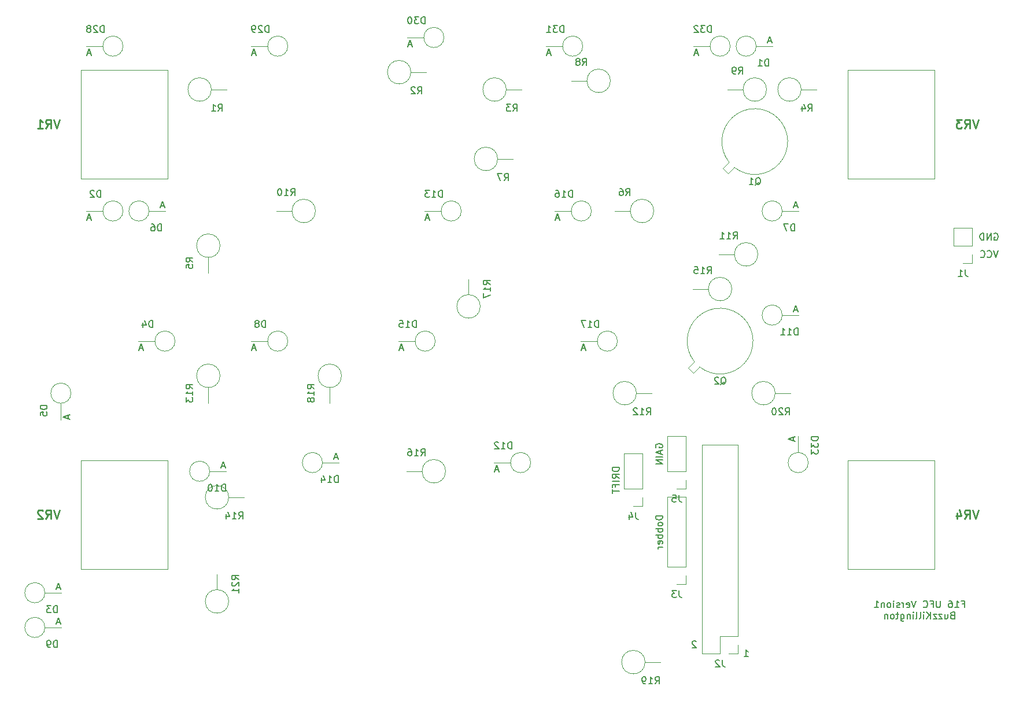
<source format=gbr>
%TF.GenerationSoftware,KiCad,Pcbnew,(5.1.10)-1*%
%TF.CreationDate,2021-07-06T22:18:49-04:00*%
%TF.ProjectId,dedBoard,64656442-6f61-4726-942e-6b696361645f,rev?*%
%TF.SameCoordinates,Original*%
%TF.FileFunction,Legend,Bot*%
%TF.FilePolarity,Positive*%
%FSLAX46Y46*%
G04 Gerber Fmt 4.6, Leading zero omitted, Abs format (unit mm)*
G04 Created by KiCad (PCBNEW (5.1.10)-1) date 2021-07-06 22:18:49*
%MOMM*%
%LPD*%
G01*
G04 APERTURE LIST*
%ADD10C,0.150000*%
%ADD11C,0.120000*%
%ADD12C,0.100000*%
%ADD13C,0.254000*%
G04 APERTURE END LIST*
D10*
X158614285Y-108323571D02*
X158947619Y-108323571D01*
X158947619Y-108847380D02*
X158947619Y-107847380D01*
X158471428Y-107847380D01*
X157566666Y-108847380D02*
X158138095Y-108847380D01*
X157852380Y-108847380D02*
X157852380Y-107847380D01*
X157947619Y-107990238D01*
X158042857Y-108085476D01*
X158138095Y-108133095D01*
X156709523Y-107847380D02*
X156900000Y-107847380D01*
X156995238Y-107895000D01*
X157042857Y-107942619D01*
X157138095Y-108085476D01*
X157185714Y-108275952D01*
X157185714Y-108656904D01*
X157138095Y-108752142D01*
X157090476Y-108799761D01*
X156995238Y-108847380D01*
X156804761Y-108847380D01*
X156709523Y-108799761D01*
X156661904Y-108752142D01*
X156614285Y-108656904D01*
X156614285Y-108418809D01*
X156661904Y-108323571D01*
X156709523Y-108275952D01*
X156804761Y-108228333D01*
X156995238Y-108228333D01*
X157090476Y-108275952D01*
X157138095Y-108323571D01*
X157185714Y-108418809D01*
X155423809Y-107847380D02*
X155423809Y-108656904D01*
X155376190Y-108752142D01*
X155328571Y-108799761D01*
X155233333Y-108847380D01*
X155042857Y-108847380D01*
X154947619Y-108799761D01*
X154900000Y-108752142D01*
X154852380Y-108656904D01*
X154852380Y-107847380D01*
X154042857Y-108323571D02*
X154376190Y-108323571D01*
X154376190Y-108847380D02*
X154376190Y-107847380D01*
X153900000Y-107847380D01*
X152947619Y-108752142D02*
X152995238Y-108799761D01*
X153138095Y-108847380D01*
X153233333Y-108847380D01*
X153376190Y-108799761D01*
X153471428Y-108704523D01*
X153519047Y-108609285D01*
X153566666Y-108418809D01*
X153566666Y-108275952D01*
X153519047Y-108085476D01*
X153471428Y-107990238D01*
X153376190Y-107895000D01*
X153233333Y-107847380D01*
X153138095Y-107847380D01*
X152995238Y-107895000D01*
X152947619Y-107942619D01*
X151900000Y-107847380D02*
X151566666Y-108847380D01*
X151233333Y-107847380D01*
X150519047Y-108799761D02*
X150614285Y-108847380D01*
X150804761Y-108847380D01*
X150900000Y-108799761D01*
X150947619Y-108704523D01*
X150947619Y-108323571D01*
X150900000Y-108228333D01*
X150804761Y-108180714D01*
X150614285Y-108180714D01*
X150519047Y-108228333D01*
X150471428Y-108323571D01*
X150471428Y-108418809D01*
X150947619Y-108514047D01*
X150042857Y-108847380D02*
X150042857Y-108180714D01*
X150042857Y-108371190D02*
X149995238Y-108275952D01*
X149947619Y-108228333D01*
X149852380Y-108180714D01*
X149757142Y-108180714D01*
X149471428Y-108799761D02*
X149376190Y-108847380D01*
X149185714Y-108847380D01*
X149090476Y-108799761D01*
X149042857Y-108704523D01*
X149042857Y-108656904D01*
X149090476Y-108561666D01*
X149185714Y-108514047D01*
X149328571Y-108514047D01*
X149423809Y-108466428D01*
X149471428Y-108371190D01*
X149471428Y-108323571D01*
X149423809Y-108228333D01*
X149328571Y-108180714D01*
X149185714Y-108180714D01*
X149090476Y-108228333D01*
X148614285Y-108847380D02*
X148614285Y-108180714D01*
X148614285Y-107847380D02*
X148661904Y-107895000D01*
X148614285Y-107942619D01*
X148566666Y-107895000D01*
X148614285Y-107847380D01*
X148614285Y-107942619D01*
X147995238Y-108847380D02*
X148090476Y-108799761D01*
X148138095Y-108752142D01*
X148185714Y-108656904D01*
X148185714Y-108371190D01*
X148138095Y-108275952D01*
X148090476Y-108228333D01*
X147995238Y-108180714D01*
X147852380Y-108180714D01*
X147757142Y-108228333D01*
X147709523Y-108275952D01*
X147661904Y-108371190D01*
X147661904Y-108656904D01*
X147709523Y-108752142D01*
X147757142Y-108799761D01*
X147852380Y-108847380D01*
X147995238Y-108847380D01*
X147233333Y-108180714D02*
X147233333Y-108847380D01*
X147233333Y-108275952D02*
X147185714Y-108228333D01*
X147090476Y-108180714D01*
X146947619Y-108180714D01*
X146852380Y-108228333D01*
X146804761Y-108323571D01*
X146804761Y-108847380D01*
X145804761Y-108847380D02*
X146376190Y-108847380D01*
X146090476Y-108847380D02*
X146090476Y-107847380D01*
X146185714Y-107990238D01*
X146280952Y-108085476D01*
X146376190Y-108133095D01*
X157185714Y-109973571D02*
X157042857Y-110021190D01*
X156995238Y-110068809D01*
X156947619Y-110164047D01*
X156947619Y-110306904D01*
X156995238Y-110402142D01*
X157042857Y-110449761D01*
X157138095Y-110497380D01*
X157519047Y-110497380D01*
X157519047Y-109497380D01*
X157185714Y-109497380D01*
X157090476Y-109545000D01*
X157042857Y-109592619D01*
X156995238Y-109687857D01*
X156995238Y-109783095D01*
X157042857Y-109878333D01*
X157090476Y-109925952D01*
X157185714Y-109973571D01*
X157519047Y-109973571D01*
X156090476Y-109830714D02*
X156090476Y-110497380D01*
X156519047Y-109830714D02*
X156519047Y-110354523D01*
X156471428Y-110449761D01*
X156376190Y-110497380D01*
X156233333Y-110497380D01*
X156138095Y-110449761D01*
X156090476Y-110402142D01*
X155709523Y-109830714D02*
X155185714Y-109830714D01*
X155709523Y-110497380D01*
X155185714Y-110497380D01*
X154900000Y-109830714D02*
X154376190Y-109830714D01*
X154900000Y-110497380D01*
X154376190Y-110497380D01*
X153995238Y-110497380D02*
X153995238Y-109497380D01*
X153423809Y-110497380D02*
X153852380Y-109925952D01*
X153423809Y-109497380D02*
X153995238Y-110068809D01*
X152995238Y-110497380D02*
X152995238Y-109830714D01*
X152995238Y-109497380D02*
X153042857Y-109545000D01*
X152995238Y-109592619D01*
X152947619Y-109545000D01*
X152995238Y-109497380D01*
X152995238Y-109592619D01*
X152376190Y-110497380D02*
X152471428Y-110449761D01*
X152519047Y-110354523D01*
X152519047Y-109497380D01*
X151852380Y-110497380D02*
X151947619Y-110449761D01*
X151995238Y-110354523D01*
X151995238Y-109497380D01*
X151471428Y-110497380D02*
X151471428Y-109830714D01*
X151471428Y-109497380D02*
X151519047Y-109545000D01*
X151471428Y-109592619D01*
X151423809Y-109545000D01*
X151471428Y-109497380D01*
X151471428Y-109592619D01*
X150995238Y-109830714D02*
X150995238Y-110497380D01*
X150995238Y-109925952D02*
X150947619Y-109878333D01*
X150852380Y-109830714D01*
X150709523Y-109830714D01*
X150614285Y-109878333D01*
X150566666Y-109973571D01*
X150566666Y-110497380D01*
X149661904Y-109830714D02*
X149661904Y-110640238D01*
X149709523Y-110735476D01*
X149757142Y-110783095D01*
X149852380Y-110830714D01*
X149995238Y-110830714D01*
X150090476Y-110783095D01*
X149661904Y-110449761D02*
X149757142Y-110497380D01*
X149947619Y-110497380D01*
X150042857Y-110449761D01*
X150090476Y-110402142D01*
X150138095Y-110306904D01*
X150138095Y-110021190D01*
X150090476Y-109925952D01*
X150042857Y-109878333D01*
X149947619Y-109830714D01*
X149757142Y-109830714D01*
X149661904Y-109878333D01*
X149328571Y-109830714D02*
X148947619Y-109830714D01*
X149185714Y-109497380D02*
X149185714Y-110354523D01*
X149138095Y-110449761D01*
X149042857Y-110497380D01*
X148947619Y-110497380D01*
X148471428Y-110497380D02*
X148566666Y-110449761D01*
X148614285Y-110402142D01*
X148661904Y-110306904D01*
X148661904Y-110021190D01*
X148614285Y-109925952D01*
X148566666Y-109878333D01*
X148471428Y-109830714D01*
X148328571Y-109830714D01*
X148233333Y-109878333D01*
X148185714Y-109925952D01*
X148138095Y-110021190D01*
X148138095Y-110306904D01*
X148185714Y-110402142D01*
X148233333Y-110449761D01*
X148328571Y-110497380D01*
X148471428Y-110497380D01*
X147709523Y-109830714D02*
X147709523Y-110497380D01*
X147709523Y-109925952D02*
X147661904Y-109878333D01*
X147566666Y-109830714D01*
X147423809Y-109830714D01*
X147328571Y-109878333D01*
X147280952Y-109973571D01*
X147280952Y-110497380D01*
X119665714Y-113847619D02*
X119618095Y-113800000D01*
X119522857Y-113752380D01*
X119284761Y-113752380D01*
X119189523Y-113800000D01*
X119141904Y-113847619D01*
X119094285Y-113942857D01*
X119094285Y-114038095D01*
X119141904Y-114180952D01*
X119713333Y-114752380D01*
X119094285Y-114752380D01*
X126714285Y-116022380D02*
X127285714Y-116022380D01*
X127000000Y-116022380D02*
X127000000Y-115022380D01*
X127095238Y-115165238D01*
X127190476Y-115260476D01*
X127285714Y-115308095D01*
X114752380Y-95432857D02*
X113752380Y-95432857D01*
X113752380Y-95670952D01*
X113800000Y-95813809D01*
X113895238Y-95909047D01*
X113990476Y-95956666D01*
X114180952Y-96004285D01*
X114323809Y-96004285D01*
X114514285Y-95956666D01*
X114609523Y-95909047D01*
X114704761Y-95813809D01*
X114752380Y-95670952D01*
X114752380Y-95432857D01*
X114752380Y-96575714D02*
X114704761Y-96480476D01*
X114657142Y-96432857D01*
X114561904Y-96385238D01*
X114276190Y-96385238D01*
X114180952Y-96432857D01*
X114133333Y-96480476D01*
X114085714Y-96575714D01*
X114085714Y-96718571D01*
X114133333Y-96813809D01*
X114180952Y-96861428D01*
X114276190Y-96909047D01*
X114561904Y-96909047D01*
X114657142Y-96861428D01*
X114704761Y-96813809D01*
X114752380Y-96718571D01*
X114752380Y-96575714D01*
X114752380Y-97337619D02*
X113752380Y-97337619D01*
X114133333Y-97337619D02*
X114085714Y-97432857D01*
X114085714Y-97623333D01*
X114133333Y-97718571D01*
X114180952Y-97766190D01*
X114276190Y-97813809D01*
X114561904Y-97813809D01*
X114657142Y-97766190D01*
X114704761Y-97718571D01*
X114752380Y-97623333D01*
X114752380Y-97432857D01*
X114704761Y-97337619D01*
X114752380Y-98242380D02*
X113752380Y-98242380D01*
X114133333Y-98242380D02*
X114085714Y-98337619D01*
X114085714Y-98528095D01*
X114133333Y-98623333D01*
X114180952Y-98670952D01*
X114276190Y-98718571D01*
X114561904Y-98718571D01*
X114657142Y-98670952D01*
X114704761Y-98623333D01*
X114752380Y-98528095D01*
X114752380Y-98337619D01*
X114704761Y-98242380D01*
X114704761Y-99528095D02*
X114752380Y-99432857D01*
X114752380Y-99242380D01*
X114704761Y-99147142D01*
X114609523Y-99099523D01*
X114228571Y-99099523D01*
X114133333Y-99147142D01*
X114085714Y-99242380D01*
X114085714Y-99432857D01*
X114133333Y-99528095D01*
X114228571Y-99575714D01*
X114323809Y-99575714D01*
X114419047Y-99099523D01*
X114752380Y-100004285D02*
X114085714Y-100004285D01*
X114276190Y-100004285D02*
X114180952Y-100051904D01*
X114133333Y-100099523D01*
X114085714Y-100194761D01*
X114085714Y-100290000D01*
X113800000Y-85431428D02*
X113752380Y-85336190D01*
X113752380Y-85193333D01*
X113800000Y-85050476D01*
X113895238Y-84955238D01*
X113990476Y-84907619D01*
X114180952Y-84860000D01*
X114323809Y-84860000D01*
X114514285Y-84907619D01*
X114609523Y-84955238D01*
X114704761Y-85050476D01*
X114752380Y-85193333D01*
X114752380Y-85288571D01*
X114704761Y-85431428D01*
X114657142Y-85479047D01*
X114323809Y-85479047D01*
X114323809Y-85288571D01*
X114466666Y-85860000D02*
X114466666Y-86336190D01*
X114752380Y-85764761D02*
X113752380Y-86098095D01*
X114752380Y-86431428D01*
X114752380Y-86764761D02*
X113752380Y-86764761D01*
X114752380Y-87240952D02*
X113752380Y-87240952D01*
X114752380Y-87812380D01*
X113752380Y-87812380D01*
X108402380Y-88360476D02*
X107402380Y-88360476D01*
X107402380Y-88598571D01*
X107450000Y-88741428D01*
X107545238Y-88836666D01*
X107640476Y-88884285D01*
X107830952Y-88931904D01*
X107973809Y-88931904D01*
X108164285Y-88884285D01*
X108259523Y-88836666D01*
X108354761Y-88741428D01*
X108402380Y-88598571D01*
X108402380Y-88360476D01*
X108402380Y-89931904D02*
X107926190Y-89598571D01*
X108402380Y-89360476D02*
X107402380Y-89360476D01*
X107402380Y-89741428D01*
X107450000Y-89836666D01*
X107497619Y-89884285D01*
X107592857Y-89931904D01*
X107735714Y-89931904D01*
X107830952Y-89884285D01*
X107878571Y-89836666D01*
X107926190Y-89741428D01*
X107926190Y-89360476D01*
X108402380Y-90360476D02*
X107402380Y-90360476D01*
X107878571Y-91170000D02*
X107878571Y-90836666D01*
X108402380Y-90836666D02*
X107402380Y-90836666D01*
X107402380Y-91312857D01*
X107402380Y-91550952D02*
X107402380Y-92122380D01*
X108402380Y-91836666D02*
X107402380Y-91836666D01*
X163321904Y-54110000D02*
X163417142Y-54062380D01*
X163560000Y-54062380D01*
X163702857Y-54110000D01*
X163798095Y-54205238D01*
X163845714Y-54300476D01*
X163893333Y-54490952D01*
X163893333Y-54633809D01*
X163845714Y-54824285D01*
X163798095Y-54919523D01*
X163702857Y-55014761D01*
X163560000Y-55062380D01*
X163464761Y-55062380D01*
X163321904Y-55014761D01*
X163274285Y-54967142D01*
X163274285Y-54633809D01*
X163464761Y-54633809D01*
X162845714Y-55062380D02*
X162845714Y-54062380D01*
X162274285Y-55062380D01*
X162274285Y-54062380D01*
X161798095Y-55062380D02*
X161798095Y-54062380D01*
X161560000Y-54062380D01*
X161417142Y-54110000D01*
X161321904Y-54205238D01*
X161274285Y-54300476D01*
X161226666Y-54490952D01*
X161226666Y-54633809D01*
X161274285Y-54824285D01*
X161321904Y-54919523D01*
X161417142Y-55014761D01*
X161560000Y-55062380D01*
X161798095Y-55062380D01*
X163893333Y-56602380D02*
X163560000Y-57602380D01*
X163226666Y-56602380D01*
X162321904Y-57507142D02*
X162369523Y-57554761D01*
X162512380Y-57602380D01*
X162607619Y-57602380D01*
X162750476Y-57554761D01*
X162845714Y-57459523D01*
X162893333Y-57364285D01*
X162940952Y-57173809D01*
X162940952Y-57030952D01*
X162893333Y-56840476D01*
X162845714Y-56745238D01*
X162750476Y-56650000D01*
X162607619Y-56602380D01*
X162512380Y-56602380D01*
X162369523Y-56650000D01*
X162321904Y-56697619D01*
X161321904Y-57507142D02*
X161369523Y-57554761D01*
X161512380Y-57602380D01*
X161607619Y-57602380D01*
X161750476Y-57554761D01*
X161845714Y-57459523D01*
X161893333Y-57364285D01*
X161940952Y-57173809D01*
X161940952Y-57030952D01*
X161893333Y-56840476D01*
X161845714Y-56745238D01*
X161750476Y-56650000D01*
X161607619Y-56602380D01*
X161512380Y-56602380D01*
X161369523Y-56650000D01*
X161321904Y-56697619D01*
D11*
%TO.C,R21*%
X51250000Y-107950000D02*
G75*
G03*
X51250000Y-107950000I-1720000J0D01*
G01*
X49530000Y-106230000D02*
X49530000Y-103970000D01*
%TO.C,R20*%
X131260000Y-77470000D02*
G75*
G03*
X131260000Y-77470000I-1720000J0D01*
G01*
X131260000Y-77470000D02*
X133520000Y-77470000D01*
%TO.C,R19*%
X112210000Y-116840000D02*
G75*
G03*
X112210000Y-116840000I-1720000J0D01*
G01*
X112210000Y-116840000D02*
X114470000Y-116840000D01*
%TO.C,R18*%
X67760000Y-74930000D02*
G75*
G03*
X67760000Y-74930000I-1720000J0D01*
G01*
X66040000Y-76650000D02*
X66040000Y-78910000D01*
%TO.C,R17*%
X88080000Y-64770000D02*
G75*
G03*
X88080000Y-64770000I-1720000J0D01*
G01*
X86360000Y-63050000D02*
X86360000Y-60790000D01*
%TO.C,R16*%
X83000000Y-88900000D02*
G75*
G03*
X83000000Y-88900000I-1720000J0D01*
G01*
X79560000Y-88900000D02*
X77300000Y-88900000D01*
%TO.C,R15*%
X124910000Y-62230000D02*
G75*
G03*
X124910000Y-62230000I-1720000J0D01*
G01*
X121470000Y-62230000D02*
X119210000Y-62230000D01*
%TO.C,R14*%
X51250000Y-92710000D02*
G75*
G03*
X51250000Y-92710000I-1720000J0D01*
G01*
X51250000Y-92710000D02*
X53510000Y-92710000D01*
%TO.C,R13*%
X49980000Y-74930000D02*
G75*
G03*
X49980000Y-74930000I-1720000J0D01*
G01*
X48260000Y-76650000D02*
X48260000Y-78910000D01*
%TO.C,R12*%
X110940000Y-77470000D02*
G75*
G03*
X110940000Y-77470000I-1720000J0D01*
G01*
X110940000Y-77470000D02*
X113200000Y-77470000D01*
%TO.C,R11*%
X128720000Y-57150000D02*
G75*
G03*
X128720000Y-57150000I-1720000J0D01*
G01*
X125280000Y-57150000D02*
X123020000Y-57150000D01*
%TO.C,R10*%
X63950000Y-50800000D02*
G75*
G03*
X63950000Y-50800000I-1720000J0D01*
G01*
X60510000Y-50800000D02*
X58250000Y-50800000D01*
%TO.C,R9*%
X129990000Y-33020000D02*
G75*
G03*
X129990000Y-33020000I-1720000J0D01*
G01*
X126550000Y-33020000D02*
X124290000Y-33020000D01*
%TO.C,R8*%
X107130000Y-31750000D02*
G75*
G03*
X107130000Y-31750000I-1720000J0D01*
G01*
X103690000Y-31750000D02*
X101430000Y-31750000D01*
%TO.C,R7*%
X90620000Y-43180000D02*
G75*
G03*
X90620000Y-43180000I-1720000J0D01*
G01*
X90620000Y-43180000D02*
X92880000Y-43180000D01*
%TO.C,R6*%
X113480000Y-50800000D02*
G75*
G03*
X113480000Y-50800000I-1720000J0D01*
G01*
X110040000Y-50800000D02*
X107780000Y-50800000D01*
%TO.C,R5*%
X49980000Y-55880000D02*
G75*
G03*
X49980000Y-55880000I-1720000J0D01*
G01*
X48260000Y-57600000D02*
X48260000Y-59860000D01*
%TO.C,R4*%
X135070000Y-33020000D02*
G75*
G03*
X135070000Y-33020000I-1720000J0D01*
G01*
X135070000Y-33020000D02*
X137330000Y-33020000D01*
%TO.C,R3*%
X91890000Y-33020000D02*
G75*
G03*
X91890000Y-33020000I-1720000J0D01*
G01*
X91890000Y-33020000D02*
X94150000Y-33020000D01*
%TO.C,R2*%
X77920000Y-30480000D02*
G75*
G03*
X77920000Y-30480000I-1720000J0D01*
G01*
X77920000Y-30480000D02*
X80180000Y-30480000D01*
%TO.C,R1*%
X48710000Y-33020000D02*
G75*
G03*
X48710000Y-33020000I-1720000J0D01*
G01*
X48710000Y-33020000D02*
X50970000Y-33020000D01*
%TO.C,D33*%
X136090000Y-87630000D02*
G75*
G03*
X136090000Y-87630000I-1470000J0D01*
G01*
X134620000Y-86160000D02*
X134620000Y-83750000D01*
%TO.C,D32*%
X124660000Y-26670000D02*
G75*
G03*
X124660000Y-26670000I-1470000J0D01*
G01*
X121720000Y-26670000D02*
X119310000Y-26670000D01*
%TO.C,D31*%
X103070000Y-26670000D02*
G75*
G03*
X103070000Y-26670000I-1470000J0D01*
G01*
X100130000Y-26670000D02*
X97720000Y-26670000D01*
%TO.C,D30*%
X82750000Y-25400000D02*
G75*
G03*
X82750000Y-25400000I-1470000J0D01*
G01*
X79810000Y-25400000D02*
X77400000Y-25400000D01*
%TO.C,D29*%
X59890000Y-26670000D02*
G75*
G03*
X59890000Y-26670000I-1470000J0D01*
G01*
X56950000Y-26670000D02*
X54540000Y-26670000D01*
%TO.C,D28*%
X35760000Y-26670000D02*
G75*
G03*
X35760000Y-26670000I-1470000J0D01*
G01*
X32820000Y-26670000D02*
X30410000Y-26670000D01*
%TO.C,D17*%
X108150000Y-69850000D02*
G75*
G03*
X108150000Y-69850000I-1470000J0D01*
G01*
X105210000Y-69850000D02*
X102800000Y-69850000D01*
%TO.C,D16*%
X104340000Y-50800000D02*
G75*
G03*
X104340000Y-50800000I-1470000J0D01*
G01*
X101400000Y-50800000D02*
X98990000Y-50800000D01*
%TO.C,D15*%
X81480000Y-69850000D02*
G75*
G03*
X81480000Y-69850000I-1470000J0D01*
G01*
X78540000Y-69850000D02*
X76130000Y-69850000D01*
%TO.C,D14*%
X64970000Y-87630000D02*
G75*
G03*
X64970000Y-87630000I-1470000J0D01*
G01*
X64970000Y-87630000D02*
X67380000Y-87630000D01*
%TO.C,D13*%
X85290000Y-50800000D02*
G75*
G03*
X85290000Y-50800000I-1470000J0D01*
G01*
X82350000Y-50800000D02*
X79940000Y-50800000D01*
%TO.C,D12*%
X95450000Y-87630000D02*
G75*
G03*
X95450000Y-87630000I-1470000J0D01*
G01*
X92510000Y-87630000D02*
X90100000Y-87630000D01*
%TO.C,D11*%
X132280000Y-66040000D02*
G75*
G03*
X132280000Y-66040000I-1470000J0D01*
G01*
X132280000Y-66040000D02*
X134690000Y-66040000D01*
%TO.C,D10*%
X48460000Y-88900000D02*
G75*
G03*
X48460000Y-88900000I-1470000J0D01*
G01*
X48460000Y-88900000D02*
X50870000Y-88900000D01*
%TO.C,D9*%
X24330000Y-111760000D02*
G75*
G03*
X24330000Y-111760000I-1470000J0D01*
G01*
X24330000Y-111760000D02*
X26740000Y-111760000D01*
%TO.C,D8*%
X59890000Y-69850000D02*
G75*
G03*
X59890000Y-69850000I-1470000J0D01*
G01*
X56950000Y-69850000D02*
X54540000Y-69850000D01*
%TO.C,D7*%
X132280000Y-50800000D02*
G75*
G03*
X132280000Y-50800000I-1470000J0D01*
G01*
X132280000Y-50800000D02*
X134690000Y-50800000D01*
%TO.C,D6*%
X39570000Y-50800000D02*
G75*
G03*
X39570000Y-50800000I-1470000J0D01*
G01*
X39570000Y-50800000D02*
X41980000Y-50800000D01*
%TO.C,D5*%
X28140000Y-77470000D02*
G75*
G03*
X28140000Y-77470000I-1470000J0D01*
G01*
X26670000Y-78940000D02*
X26670000Y-81350000D01*
%TO.C,D4*%
X43380000Y-69850000D02*
G75*
G03*
X43380000Y-69850000I-1470000J0D01*
G01*
X40440000Y-69850000D02*
X38030000Y-69850000D01*
%TO.C,D3*%
X24330000Y-106680000D02*
G75*
G03*
X24330000Y-106680000I-1470000J0D01*
G01*
X24330000Y-106680000D02*
X26740000Y-106680000D01*
%TO.C,D2*%
X35760000Y-50800000D02*
G75*
G03*
X35760000Y-50800000I-1470000J0D01*
G01*
X32820000Y-50800000D02*
X30410000Y-50800000D01*
%TO.C,D1*%
X128470000Y-26670000D02*
G75*
G03*
X128470000Y-26670000I-1470000J0D01*
G01*
X128470000Y-26670000D02*
X130880000Y-26670000D01*
%TO.C,Q2*%
X119415326Y-72847371D02*
G75*
G02*
X120192916Y-73624902I3774674J2997371D01*
G01*
X120192916Y-73624902D02*
X119301961Y-74515856D01*
X119301961Y-74515856D02*
X118524144Y-73738039D01*
X118524144Y-73738039D02*
X119415098Y-72847084D01*
D12*
%TO.C,VR4*%
X141860000Y-87310000D02*
X141860000Y-103190000D01*
X154560000Y-87310000D02*
X141860000Y-87310000D01*
X154560000Y-103190000D02*
X154560000Y-87310000D01*
X141860000Y-103190000D02*
X154560000Y-103190000D01*
%TO.C,VR3*%
X141860000Y-30160000D02*
X141860000Y-46040000D01*
X154560000Y-30160000D02*
X141860000Y-30160000D01*
X154560000Y-46040000D02*
X154560000Y-30160000D01*
X141860000Y-46040000D02*
X154560000Y-46040000D01*
%TO.C,VR2*%
X42290000Y-103190000D02*
X42290000Y-87310000D01*
X29590000Y-103190000D02*
X42290000Y-103190000D01*
X29590000Y-87310000D02*
X29590000Y-103190000D01*
X42290000Y-87310000D02*
X29590000Y-87310000D01*
%TO.C,VR1*%
X42290000Y-46040000D02*
X42290000Y-30160000D01*
X29590000Y-46040000D02*
X42290000Y-46040000D01*
X29590000Y-30160000D02*
X29590000Y-46040000D01*
X42290000Y-30160000D02*
X29590000Y-30160000D01*
D11*
%TO.C,Q1*%
X123604144Y-44528039D02*
X124495098Y-43637084D01*
X124381961Y-45305856D02*
X123604144Y-44528039D01*
X125272916Y-44414902D02*
X124381961Y-45305856D01*
X124495326Y-43637371D02*
G75*
G02*
X125272916Y-44414902I3774674J2997371D01*
G01*
%TO.C,J5*%
X116840000Y-91500000D02*
X118170000Y-91500000D01*
X118170000Y-91500000D02*
X118170000Y-90170000D01*
X118170000Y-88900000D02*
X118170000Y-83760000D01*
X115510000Y-83760000D02*
X118170000Y-83760000D01*
X115510000Y-88900000D02*
X115510000Y-83760000D01*
X115510000Y-88900000D02*
X118170000Y-88900000D01*
%TO.C,J4*%
X110490000Y-94040000D02*
X111820000Y-94040000D01*
X111820000Y-94040000D02*
X111820000Y-92710000D01*
X111820000Y-91440000D02*
X111820000Y-86300000D01*
X109160000Y-86300000D02*
X111820000Y-86300000D01*
X109160000Y-91440000D02*
X109160000Y-86300000D01*
X109160000Y-91440000D02*
X111820000Y-91440000D01*
%TO.C,J3*%
X116840000Y-105470000D02*
X118170000Y-105470000D01*
X118170000Y-105470000D02*
X118170000Y-104140000D01*
X118170000Y-102870000D02*
X118170000Y-92650000D01*
X115510000Y-92650000D02*
X118170000Y-92650000D01*
X115510000Y-102870000D02*
X115510000Y-92650000D01*
X115510000Y-102870000D02*
X118170000Y-102870000D01*
%TO.C,J2*%
X124460000Y-115630000D02*
X125790000Y-115630000D01*
X125790000Y-115630000D02*
X125790000Y-114300000D01*
X123190000Y-115630000D02*
X123190000Y-113030000D01*
X123190000Y-113030000D02*
X125790000Y-113030000D01*
X125790000Y-113030000D02*
X125790000Y-85030000D01*
X120590000Y-85030000D02*
X125790000Y-85030000D01*
X120590000Y-115630000D02*
X120590000Y-85030000D01*
X120590000Y-115630000D02*
X123190000Y-115630000D01*
%TO.C,J1*%
X158750000Y-58480000D02*
X160080000Y-58480000D01*
X160080000Y-58480000D02*
X160080000Y-57150000D01*
X160080000Y-55880000D02*
X160080000Y-53280000D01*
X157420000Y-53280000D02*
X160080000Y-53280000D01*
X157420000Y-55880000D02*
X157420000Y-53280000D01*
X157420000Y-55880000D02*
X160080000Y-55880000D01*
%TO.C,R21*%
D10*
X52702380Y-104767142D02*
X52226190Y-104433809D01*
X52702380Y-104195714D02*
X51702380Y-104195714D01*
X51702380Y-104576666D01*
X51750000Y-104671904D01*
X51797619Y-104719523D01*
X51892857Y-104767142D01*
X52035714Y-104767142D01*
X52130952Y-104719523D01*
X52178571Y-104671904D01*
X52226190Y-104576666D01*
X52226190Y-104195714D01*
X51797619Y-105148095D02*
X51750000Y-105195714D01*
X51702380Y-105290952D01*
X51702380Y-105529047D01*
X51750000Y-105624285D01*
X51797619Y-105671904D01*
X51892857Y-105719523D01*
X51988095Y-105719523D01*
X52130952Y-105671904D01*
X52702380Y-105100476D01*
X52702380Y-105719523D01*
X52702380Y-106671904D02*
X52702380Y-106100476D01*
X52702380Y-106386190D02*
X51702380Y-106386190D01*
X51845238Y-106290952D01*
X51940476Y-106195714D01*
X51988095Y-106100476D01*
%TO.C,R20*%
X132722857Y-80642380D02*
X133056190Y-80166190D01*
X133294285Y-80642380D02*
X133294285Y-79642380D01*
X132913333Y-79642380D01*
X132818095Y-79690000D01*
X132770476Y-79737619D01*
X132722857Y-79832857D01*
X132722857Y-79975714D01*
X132770476Y-80070952D01*
X132818095Y-80118571D01*
X132913333Y-80166190D01*
X133294285Y-80166190D01*
X132341904Y-79737619D02*
X132294285Y-79690000D01*
X132199047Y-79642380D01*
X131960952Y-79642380D01*
X131865714Y-79690000D01*
X131818095Y-79737619D01*
X131770476Y-79832857D01*
X131770476Y-79928095D01*
X131818095Y-80070952D01*
X132389523Y-80642380D01*
X131770476Y-80642380D01*
X131151428Y-79642380D02*
X131056190Y-79642380D01*
X130960952Y-79690000D01*
X130913333Y-79737619D01*
X130865714Y-79832857D01*
X130818095Y-80023333D01*
X130818095Y-80261428D01*
X130865714Y-80451904D01*
X130913333Y-80547142D01*
X130960952Y-80594761D01*
X131056190Y-80642380D01*
X131151428Y-80642380D01*
X131246666Y-80594761D01*
X131294285Y-80547142D01*
X131341904Y-80451904D01*
X131389523Y-80261428D01*
X131389523Y-80023333D01*
X131341904Y-79832857D01*
X131294285Y-79737619D01*
X131246666Y-79690000D01*
X131151428Y-79642380D01*
%TO.C,R19*%
X113672857Y-120012380D02*
X114006190Y-119536190D01*
X114244285Y-120012380D02*
X114244285Y-119012380D01*
X113863333Y-119012380D01*
X113768095Y-119060000D01*
X113720476Y-119107619D01*
X113672857Y-119202857D01*
X113672857Y-119345714D01*
X113720476Y-119440952D01*
X113768095Y-119488571D01*
X113863333Y-119536190D01*
X114244285Y-119536190D01*
X112720476Y-120012380D02*
X113291904Y-120012380D01*
X113006190Y-120012380D02*
X113006190Y-119012380D01*
X113101428Y-119155238D01*
X113196666Y-119250476D01*
X113291904Y-119298095D01*
X112244285Y-120012380D02*
X112053809Y-120012380D01*
X111958571Y-119964761D01*
X111910952Y-119917142D01*
X111815714Y-119774285D01*
X111768095Y-119583809D01*
X111768095Y-119202857D01*
X111815714Y-119107619D01*
X111863333Y-119060000D01*
X111958571Y-119012380D01*
X112149047Y-119012380D01*
X112244285Y-119060000D01*
X112291904Y-119107619D01*
X112339523Y-119202857D01*
X112339523Y-119440952D01*
X112291904Y-119536190D01*
X112244285Y-119583809D01*
X112149047Y-119631428D01*
X111958571Y-119631428D01*
X111863333Y-119583809D01*
X111815714Y-119536190D01*
X111768095Y-119440952D01*
%TO.C,R18*%
X63772380Y-76827142D02*
X63296190Y-76493809D01*
X63772380Y-76255714D02*
X62772380Y-76255714D01*
X62772380Y-76636666D01*
X62820000Y-76731904D01*
X62867619Y-76779523D01*
X62962857Y-76827142D01*
X63105714Y-76827142D01*
X63200952Y-76779523D01*
X63248571Y-76731904D01*
X63296190Y-76636666D01*
X63296190Y-76255714D01*
X63772380Y-77779523D02*
X63772380Y-77208095D01*
X63772380Y-77493809D02*
X62772380Y-77493809D01*
X62915238Y-77398571D01*
X63010476Y-77303333D01*
X63058095Y-77208095D01*
X63200952Y-78350952D02*
X63153333Y-78255714D01*
X63105714Y-78208095D01*
X63010476Y-78160476D01*
X62962857Y-78160476D01*
X62867619Y-78208095D01*
X62820000Y-78255714D01*
X62772380Y-78350952D01*
X62772380Y-78541428D01*
X62820000Y-78636666D01*
X62867619Y-78684285D01*
X62962857Y-78731904D01*
X63010476Y-78731904D01*
X63105714Y-78684285D01*
X63153333Y-78636666D01*
X63200952Y-78541428D01*
X63200952Y-78350952D01*
X63248571Y-78255714D01*
X63296190Y-78208095D01*
X63391428Y-78160476D01*
X63581904Y-78160476D01*
X63677142Y-78208095D01*
X63724761Y-78255714D01*
X63772380Y-78350952D01*
X63772380Y-78541428D01*
X63724761Y-78636666D01*
X63677142Y-78684285D01*
X63581904Y-78731904D01*
X63391428Y-78731904D01*
X63296190Y-78684285D01*
X63248571Y-78636666D01*
X63200952Y-78541428D01*
%TO.C,R17*%
X89532380Y-61587142D02*
X89056190Y-61253809D01*
X89532380Y-61015714D02*
X88532380Y-61015714D01*
X88532380Y-61396666D01*
X88580000Y-61491904D01*
X88627619Y-61539523D01*
X88722857Y-61587142D01*
X88865714Y-61587142D01*
X88960952Y-61539523D01*
X89008571Y-61491904D01*
X89056190Y-61396666D01*
X89056190Y-61015714D01*
X89532380Y-62539523D02*
X89532380Y-61968095D01*
X89532380Y-62253809D02*
X88532380Y-62253809D01*
X88675238Y-62158571D01*
X88770476Y-62063333D01*
X88818095Y-61968095D01*
X88532380Y-62872857D02*
X88532380Y-63539523D01*
X89532380Y-63110952D01*
%TO.C,R16*%
X79382857Y-86632380D02*
X79716190Y-86156190D01*
X79954285Y-86632380D02*
X79954285Y-85632380D01*
X79573333Y-85632380D01*
X79478095Y-85680000D01*
X79430476Y-85727619D01*
X79382857Y-85822857D01*
X79382857Y-85965714D01*
X79430476Y-86060952D01*
X79478095Y-86108571D01*
X79573333Y-86156190D01*
X79954285Y-86156190D01*
X78430476Y-86632380D02*
X79001904Y-86632380D01*
X78716190Y-86632380D02*
X78716190Y-85632380D01*
X78811428Y-85775238D01*
X78906666Y-85870476D01*
X79001904Y-85918095D01*
X77573333Y-85632380D02*
X77763809Y-85632380D01*
X77859047Y-85680000D01*
X77906666Y-85727619D01*
X78001904Y-85870476D01*
X78049523Y-86060952D01*
X78049523Y-86441904D01*
X78001904Y-86537142D01*
X77954285Y-86584761D01*
X77859047Y-86632380D01*
X77668571Y-86632380D01*
X77573333Y-86584761D01*
X77525714Y-86537142D01*
X77478095Y-86441904D01*
X77478095Y-86203809D01*
X77525714Y-86108571D01*
X77573333Y-86060952D01*
X77668571Y-86013333D01*
X77859047Y-86013333D01*
X77954285Y-86060952D01*
X78001904Y-86108571D01*
X78049523Y-86203809D01*
%TO.C,R15*%
X121292857Y-59962380D02*
X121626190Y-59486190D01*
X121864285Y-59962380D02*
X121864285Y-58962380D01*
X121483333Y-58962380D01*
X121388095Y-59010000D01*
X121340476Y-59057619D01*
X121292857Y-59152857D01*
X121292857Y-59295714D01*
X121340476Y-59390952D01*
X121388095Y-59438571D01*
X121483333Y-59486190D01*
X121864285Y-59486190D01*
X120340476Y-59962380D02*
X120911904Y-59962380D01*
X120626190Y-59962380D02*
X120626190Y-58962380D01*
X120721428Y-59105238D01*
X120816666Y-59200476D01*
X120911904Y-59248095D01*
X119435714Y-58962380D02*
X119911904Y-58962380D01*
X119959523Y-59438571D01*
X119911904Y-59390952D01*
X119816666Y-59343333D01*
X119578571Y-59343333D01*
X119483333Y-59390952D01*
X119435714Y-59438571D01*
X119388095Y-59533809D01*
X119388095Y-59771904D01*
X119435714Y-59867142D01*
X119483333Y-59914761D01*
X119578571Y-59962380D01*
X119816666Y-59962380D01*
X119911904Y-59914761D01*
X119959523Y-59867142D01*
%TO.C,R14*%
X52712857Y-95882380D02*
X53046190Y-95406190D01*
X53284285Y-95882380D02*
X53284285Y-94882380D01*
X52903333Y-94882380D01*
X52808095Y-94930000D01*
X52760476Y-94977619D01*
X52712857Y-95072857D01*
X52712857Y-95215714D01*
X52760476Y-95310952D01*
X52808095Y-95358571D01*
X52903333Y-95406190D01*
X53284285Y-95406190D01*
X51760476Y-95882380D02*
X52331904Y-95882380D01*
X52046190Y-95882380D02*
X52046190Y-94882380D01*
X52141428Y-95025238D01*
X52236666Y-95120476D01*
X52331904Y-95168095D01*
X50903333Y-95215714D02*
X50903333Y-95882380D01*
X51141428Y-94834761D02*
X51379523Y-95549047D01*
X50760476Y-95549047D01*
%TO.C,R13*%
X45992380Y-76827142D02*
X45516190Y-76493809D01*
X45992380Y-76255714D02*
X44992380Y-76255714D01*
X44992380Y-76636666D01*
X45040000Y-76731904D01*
X45087619Y-76779523D01*
X45182857Y-76827142D01*
X45325714Y-76827142D01*
X45420952Y-76779523D01*
X45468571Y-76731904D01*
X45516190Y-76636666D01*
X45516190Y-76255714D01*
X45992380Y-77779523D02*
X45992380Y-77208095D01*
X45992380Y-77493809D02*
X44992380Y-77493809D01*
X45135238Y-77398571D01*
X45230476Y-77303333D01*
X45278095Y-77208095D01*
X44992380Y-78112857D02*
X44992380Y-78731904D01*
X45373333Y-78398571D01*
X45373333Y-78541428D01*
X45420952Y-78636666D01*
X45468571Y-78684285D01*
X45563809Y-78731904D01*
X45801904Y-78731904D01*
X45897142Y-78684285D01*
X45944761Y-78636666D01*
X45992380Y-78541428D01*
X45992380Y-78255714D01*
X45944761Y-78160476D01*
X45897142Y-78112857D01*
%TO.C,R12*%
X112402857Y-80642380D02*
X112736190Y-80166190D01*
X112974285Y-80642380D02*
X112974285Y-79642380D01*
X112593333Y-79642380D01*
X112498095Y-79690000D01*
X112450476Y-79737619D01*
X112402857Y-79832857D01*
X112402857Y-79975714D01*
X112450476Y-80070952D01*
X112498095Y-80118571D01*
X112593333Y-80166190D01*
X112974285Y-80166190D01*
X111450476Y-80642380D02*
X112021904Y-80642380D01*
X111736190Y-80642380D02*
X111736190Y-79642380D01*
X111831428Y-79785238D01*
X111926666Y-79880476D01*
X112021904Y-79928095D01*
X111069523Y-79737619D02*
X111021904Y-79690000D01*
X110926666Y-79642380D01*
X110688571Y-79642380D01*
X110593333Y-79690000D01*
X110545714Y-79737619D01*
X110498095Y-79832857D01*
X110498095Y-79928095D01*
X110545714Y-80070952D01*
X111117142Y-80642380D01*
X110498095Y-80642380D01*
%TO.C,R11*%
X125102857Y-54882380D02*
X125436190Y-54406190D01*
X125674285Y-54882380D02*
X125674285Y-53882380D01*
X125293333Y-53882380D01*
X125198095Y-53930000D01*
X125150476Y-53977619D01*
X125102857Y-54072857D01*
X125102857Y-54215714D01*
X125150476Y-54310952D01*
X125198095Y-54358571D01*
X125293333Y-54406190D01*
X125674285Y-54406190D01*
X124150476Y-54882380D02*
X124721904Y-54882380D01*
X124436190Y-54882380D02*
X124436190Y-53882380D01*
X124531428Y-54025238D01*
X124626666Y-54120476D01*
X124721904Y-54168095D01*
X123198095Y-54882380D02*
X123769523Y-54882380D01*
X123483809Y-54882380D02*
X123483809Y-53882380D01*
X123579047Y-54025238D01*
X123674285Y-54120476D01*
X123769523Y-54168095D01*
%TO.C,R10*%
X60332857Y-48532380D02*
X60666190Y-48056190D01*
X60904285Y-48532380D02*
X60904285Y-47532380D01*
X60523333Y-47532380D01*
X60428095Y-47580000D01*
X60380476Y-47627619D01*
X60332857Y-47722857D01*
X60332857Y-47865714D01*
X60380476Y-47960952D01*
X60428095Y-48008571D01*
X60523333Y-48056190D01*
X60904285Y-48056190D01*
X59380476Y-48532380D02*
X59951904Y-48532380D01*
X59666190Y-48532380D02*
X59666190Y-47532380D01*
X59761428Y-47675238D01*
X59856666Y-47770476D01*
X59951904Y-47818095D01*
X58761428Y-47532380D02*
X58666190Y-47532380D01*
X58570952Y-47580000D01*
X58523333Y-47627619D01*
X58475714Y-47722857D01*
X58428095Y-47913333D01*
X58428095Y-48151428D01*
X58475714Y-48341904D01*
X58523333Y-48437142D01*
X58570952Y-48484761D01*
X58666190Y-48532380D01*
X58761428Y-48532380D01*
X58856666Y-48484761D01*
X58904285Y-48437142D01*
X58951904Y-48341904D01*
X58999523Y-48151428D01*
X58999523Y-47913333D01*
X58951904Y-47722857D01*
X58904285Y-47627619D01*
X58856666Y-47580000D01*
X58761428Y-47532380D01*
%TO.C,R9*%
X125896666Y-30752380D02*
X126230000Y-30276190D01*
X126468095Y-30752380D02*
X126468095Y-29752380D01*
X126087142Y-29752380D01*
X125991904Y-29800000D01*
X125944285Y-29847619D01*
X125896666Y-29942857D01*
X125896666Y-30085714D01*
X125944285Y-30180952D01*
X125991904Y-30228571D01*
X126087142Y-30276190D01*
X126468095Y-30276190D01*
X125420476Y-30752380D02*
X125230000Y-30752380D01*
X125134761Y-30704761D01*
X125087142Y-30657142D01*
X124991904Y-30514285D01*
X124944285Y-30323809D01*
X124944285Y-29942857D01*
X124991904Y-29847619D01*
X125039523Y-29800000D01*
X125134761Y-29752380D01*
X125325238Y-29752380D01*
X125420476Y-29800000D01*
X125468095Y-29847619D01*
X125515714Y-29942857D01*
X125515714Y-30180952D01*
X125468095Y-30276190D01*
X125420476Y-30323809D01*
X125325238Y-30371428D01*
X125134761Y-30371428D01*
X125039523Y-30323809D01*
X124991904Y-30276190D01*
X124944285Y-30180952D01*
%TO.C,R8*%
X103036666Y-29482380D02*
X103370000Y-29006190D01*
X103608095Y-29482380D02*
X103608095Y-28482380D01*
X103227142Y-28482380D01*
X103131904Y-28530000D01*
X103084285Y-28577619D01*
X103036666Y-28672857D01*
X103036666Y-28815714D01*
X103084285Y-28910952D01*
X103131904Y-28958571D01*
X103227142Y-29006190D01*
X103608095Y-29006190D01*
X102465238Y-28910952D02*
X102560476Y-28863333D01*
X102608095Y-28815714D01*
X102655714Y-28720476D01*
X102655714Y-28672857D01*
X102608095Y-28577619D01*
X102560476Y-28530000D01*
X102465238Y-28482380D01*
X102274761Y-28482380D01*
X102179523Y-28530000D01*
X102131904Y-28577619D01*
X102084285Y-28672857D01*
X102084285Y-28720476D01*
X102131904Y-28815714D01*
X102179523Y-28863333D01*
X102274761Y-28910952D01*
X102465238Y-28910952D01*
X102560476Y-28958571D01*
X102608095Y-29006190D01*
X102655714Y-29101428D01*
X102655714Y-29291904D01*
X102608095Y-29387142D01*
X102560476Y-29434761D01*
X102465238Y-29482380D01*
X102274761Y-29482380D01*
X102179523Y-29434761D01*
X102131904Y-29387142D01*
X102084285Y-29291904D01*
X102084285Y-29101428D01*
X102131904Y-29006190D01*
X102179523Y-28958571D01*
X102274761Y-28910952D01*
%TO.C,R7*%
X91606666Y-46352380D02*
X91940000Y-45876190D01*
X92178095Y-46352380D02*
X92178095Y-45352380D01*
X91797142Y-45352380D01*
X91701904Y-45400000D01*
X91654285Y-45447619D01*
X91606666Y-45542857D01*
X91606666Y-45685714D01*
X91654285Y-45780952D01*
X91701904Y-45828571D01*
X91797142Y-45876190D01*
X92178095Y-45876190D01*
X91273333Y-45352380D02*
X90606666Y-45352380D01*
X91035238Y-46352380D01*
%TO.C,R6*%
X109386666Y-48532380D02*
X109720000Y-48056190D01*
X109958095Y-48532380D02*
X109958095Y-47532380D01*
X109577142Y-47532380D01*
X109481904Y-47580000D01*
X109434285Y-47627619D01*
X109386666Y-47722857D01*
X109386666Y-47865714D01*
X109434285Y-47960952D01*
X109481904Y-48008571D01*
X109577142Y-48056190D01*
X109958095Y-48056190D01*
X108529523Y-47532380D02*
X108720000Y-47532380D01*
X108815238Y-47580000D01*
X108862857Y-47627619D01*
X108958095Y-47770476D01*
X109005714Y-47960952D01*
X109005714Y-48341904D01*
X108958095Y-48437142D01*
X108910476Y-48484761D01*
X108815238Y-48532380D01*
X108624761Y-48532380D01*
X108529523Y-48484761D01*
X108481904Y-48437142D01*
X108434285Y-48341904D01*
X108434285Y-48103809D01*
X108481904Y-48008571D01*
X108529523Y-47960952D01*
X108624761Y-47913333D01*
X108815238Y-47913333D01*
X108910476Y-47960952D01*
X108958095Y-48008571D01*
X109005714Y-48103809D01*
%TO.C,R5*%
X45992380Y-58253333D02*
X45516190Y-57920000D01*
X45992380Y-57681904D02*
X44992380Y-57681904D01*
X44992380Y-58062857D01*
X45040000Y-58158095D01*
X45087619Y-58205714D01*
X45182857Y-58253333D01*
X45325714Y-58253333D01*
X45420952Y-58205714D01*
X45468571Y-58158095D01*
X45516190Y-58062857D01*
X45516190Y-57681904D01*
X44992380Y-59158095D02*
X44992380Y-58681904D01*
X45468571Y-58634285D01*
X45420952Y-58681904D01*
X45373333Y-58777142D01*
X45373333Y-59015238D01*
X45420952Y-59110476D01*
X45468571Y-59158095D01*
X45563809Y-59205714D01*
X45801904Y-59205714D01*
X45897142Y-59158095D01*
X45944761Y-59110476D01*
X45992380Y-59015238D01*
X45992380Y-58777142D01*
X45944761Y-58681904D01*
X45897142Y-58634285D01*
%TO.C,R4*%
X136056666Y-36192380D02*
X136390000Y-35716190D01*
X136628095Y-36192380D02*
X136628095Y-35192380D01*
X136247142Y-35192380D01*
X136151904Y-35240000D01*
X136104285Y-35287619D01*
X136056666Y-35382857D01*
X136056666Y-35525714D01*
X136104285Y-35620952D01*
X136151904Y-35668571D01*
X136247142Y-35716190D01*
X136628095Y-35716190D01*
X135199523Y-35525714D02*
X135199523Y-36192380D01*
X135437619Y-35144761D02*
X135675714Y-35859047D01*
X135056666Y-35859047D01*
%TO.C,R3*%
X92876666Y-36192380D02*
X93210000Y-35716190D01*
X93448095Y-36192380D02*
X93448095Y-35192380D01*
X93067142Y-35192380D01*
X92971904Y-35240000D01*
X92924285Y-35287619D01*
X92876666Y-35382857D01*
X92876666Y-35525714D01*
X92924285Y-35620952D01*
X92971904Y-35668571D01*
X93067142Y-35716190D01*
X93448095Y-35716190D01*
X92543333Y-35192380D02*
X91924285Y-35192380D01*
X92257619Y-35573333D01*
X92114761Y-35573333D01*
X92019523Y-35620952D01*
X91971904Y-35668571D01*
X91924285Y-35763809D01*
X91924285Y-36001904D01*
X91971904Y-36097142D01*
X92019523Y-36144761D01*
X92114761Y-36192380D01*
X92400476Y-36192380D01*
X92495714Y-36144761D01*
X92543333Y-36097142D01*
%TO.C,R2*%
X78906666Y-33652380D02*
X79240000Y-33176190D01*
X79478095Y-33652380D02*
X79478095Y-32652380D01*
X79097142Y-32652380D01*
X79001904Y-32700000D01*
X78954285Y-32747619D01*
X78906666Y-32842857D01*
X78906666Y-32985714D01*
X78954285Y-33080952D01*
X79001904Y-33128571D01*
X79097142Y-33176190D01*
X79478095Y-33176190D01*
X78525714Y-32747619D02*
X78478095Y-32700000D01*
X78382857Y-32652380D01*
X78144761Y-32652380D01*
X78049523Y-32700000D01*
X78001904Y-32747619D01*
X77954285Y-32842857D01*
X77954285Y-32938095D01*
X78001904Y-33080952D01*
X78573333Y-33652380D01*
X77954285Y-33652380D01*
%TO.C,R1*%
X49696666Y-36192380D02*
X50030000Y-35716190D01*
X50268095Y-36192380D02*
X50268095Y-35192380D01*
X49887142Y-35192380D01*
X49791904Y-35240000D01*
X49744285Y-35287619D01*
X49696666Y-35382857D01*
X49696666Y-35525714D01*
X49744285Y-35620952D01*
X49791904Y-35668571D01*
X49887142Y-35716190D01*
X50268095Y-35716190D01*
X48744285Y-36192380D02*
X49315714Y-36192380D01*
X49030000Y-36192380D02*
X49030000Y-35192380D01*
X49125238Y-35335238D01*
X49220476Y-35430476D01*
X49315714Y-35478095D01*
%TO.C,D33*%
X137542380Y-83875714D02*
X136542380Y-83875714D01*
X136542380Y-84113809D01*
X136590000Y-84256666D01*
X136685238Y-84351904D01*
X136780476Y-84399523D01*
X136970952Y-84447142D01*
X137113809Y-84447142D01*
X137304285Y-84399523D01*
X137399523Y-84351904D01*
X137494761Y-84256666D01*
X137542380Y-84113809D01*
X137542380Y-83875714D01*
X136542380Y-84780476D02*
X136542380Y-85399523D01*
X136923333Y-85066190D01*
X136923333Y-85209047D01*
X136970952Y-85304285D01*
X137018571Y-85351904D01*
X137113809Y-85399523D01*
X137351904Y-85399523D01*
X137447142Y-85351904D01*
X137494761Y-85304285D01*
X137542380Y-85209047D01*
X137542380Y-84923333D01*
X137494761Y-84828095D01*
X137447142Y-84780476D01*
X136542380Y-85732857D02*
X136542380Y-86351904D01*
X136923333Y-86018571D01*
X136923333Y-86161428D01*
X136970952Y-86256666D01*
X137018571Y-86304285D01*
X137113809Y-86351904D01*
X137351904Y-86351904D01*
X137447142Y-86304285D01*
X137494761Y-86256666D01*
X137542380Y-86161428D01*
X137542380Y-85875714D01*
X137494761Y-85780476D01*
X137447142Y-85732857D01*
X133886666Y-83911904D02*
X133886666Y-84388095D01*
X134172380Y-83816666D02*
X133172380Y-84150000D01*
X134172380Y-84483333D01*
%TO.C,D32*%
X121864285Y-24652380D02*
X121864285Y-23652380D01*
X121626190Y-23652380D01*
X121483333Y-23700000D01*
X121388095Y-23795238D01*
X121340476Y-23890476D01*
X121292857Y-24080952D01*
X121292857Y-24223809D01*
X121340476Y-24414285D01*
X121388095Y-24509523D01*
X121483333Y-24604761D01*
X121626190Y-24652380D01*
X121864285Y-24652380D01*
X120959523Y-23652380D02*
X120340476Y-23652380D01*
X120673809Y-24033333D01*
X120530952Y-24033333D01*
X120435714Y-24080952D01*
X120388095Y-24128571D01*
X120340476Y-24223809D01*
X120340476Y-24461904D01*
X120388095Y-24557142D01*
X120435714Y-24604761D01*
X120530952Y-24652380D01*
X120816666Y-24652380D01*
X120911904Y-24604761D01*
X120959523Y-24557142D01*
X119959523Y-23747619D02*
X119911904Y-23700000D01*
X119816666Y-23652380D01*
X119578571Y-23652380D01*
X119483333Y-23700000D01*
X119435714Y-23747619D01*
X119388095Y-23842857D01*
X119388095Y-23938095D01*
X119435714Y-24080952D01*
X120007142Y-24652380D01*
X119388095Y-24652380D01*
X119948095Y-27736666D02*
X119471904Y-27736666D01*
X120043333Y-28022380D02*
X119710000Y-27022380D01*
X119376666Y-28022380D01*
%TO.C,D31*%
X100274285Y-24652380D02*
X100274285Y-23652380D01*
X100036190Y-23652380D01*
X99893333Y-23700000D01*
X99798095Y-23795238D01*
X99750476Y-23890476D01*
X99702857Y-24080952D01*
X99702857Y-24223809D01*
X99750476Y-24414285D01*
X99798095Y-24509523D01*
X99893333Y-24604761D01*
X100036190Y-24652380D01*
X100274285Y-24652380D01*
X99369523Y-23652380D02*
X98750476Y-23652380D01*
X99083809Y-24033333D01*
X98940952Y-24033333D01*
X98845714Y-24080952D01*
X98798095Y-24128571D01*
X98750476Y-24223809D01*
X98750476Y-24461904D01*
X98798095Y-24557142D01*
X98845714Y-24604761D01*
X98940952Y-24652380D01*
X99226666Y-24652380D01*
X99321904Y-24604761D01*
X99369523Y-24557142D01*
X97798095Y-24652380D02*
X98369523Y-24652380D01*
X98083809Y-24652380D02*
X98083809Y-23652380D01*
X98179047Y-23795238D01*
X98274285Y-23890476D01*
X98369523Y-23938095D01*
X98358095Y-27736666D02*
X97881904Y-27736666D01*
X98453333Y-28022380D02*
X98120000Y-27022380D01*
X97786666Y-28022380D01*
%TO.C,D30*%
X79954285Y-23382380D02*
X79954285Y-22382380D01*
X79716190Y-22382380D01*
X79573333Y-22430000D01*
X79478095Y-22525238D01*
X79430476Y-22620476D01*
X79382857Y-22810952D01*
X79382857Y-22953809D01*
X79430476Y-23144285D01*
X79478095Y-23239523D01*
X79573333Y-23334761D01*
X79716190Y-23382380D01*
X79954285Y-23382380D01*
X79049523Y-22382380D02*
X78430476Y-22382380D01*
X78763809Y-22763333D01*
X78620952Y-22763333D01*
X78525714Y-22810952D01*
X78478095Y-22858571D01*
X78430476Y-22953809D01*
X78430476Y-23191904D01*
X78478095Y-23287142D01*
X78525714Y-23334761D01*
X78620952Y-23382380D01*
X78906666Y-23382380D01*
X79001904Y-23334761D01*
X79049523Y-23287142D01*
X77811428Y-22382380D02*
X77716190Y-22382380D01*
X77620952Y-22430000D01*
X77573333Y-22477619D01*
X77525714Y-22572857D01*
X77478095Y-22763333D01*
X77478095Y-23001428D01*
X77525714Y-23191904D01*
X77573333Y-23287142D01*
X77620952Y-23334761D01*
X77716190Y-23382380D01*
X77811428Y-23382380D01*
X77906666Y-23334761D01*
X77954285Y-23287142D01*
X78001904Y-23191904D01*
X78049523Y-23001428D01*
X78049523Y-22763333D01*
X78001904Y-22572857D01*
X77954285Y-22477619D01*
X77906666Y-22430000D01*
X77811428Y-22382380D01*
X78038095Y-26466666D02*
X77561904Y-26466666D01*
X78133333Y-26752380D02*
X77800000Y-25752380D01*
X77466666Y-26752380D01*
%TO.C,D29*%
X57094285Y-24652380D02*
X57094285Y-23652380D01*
X56856190Y-23652380D01*
X56713333Y-23700000D01*
X56618095Y-23795238D01*
X56570476Y-23890476D01*
X56522857Y-24080952D01*
X56522857Y-24223809D01*
X56570476Y-24414285D01*
X56618095Y-24509523D01*
X56713333Y-24604761D01*
X56856190Y-24652380D01*
X57094285Y-24652380D01*
X56141904Y-23747619D02*
X56094285Y-23700000D01*
X55999047Y-23652380D01*
X55760952Y-23652380D01*
X55665714Y-23700000D01*
X55618095Y-23747619D01*
X55570476Y-23842857D01*
X55570476Y-23938095D01*
X55618095Y-24080952D01*
X56189523Y-24652380D01*
X55570476Y-24652380D01*
X55094285Y-24652380D02*
X54903809Y-24652380D01*
X54808571Y-24604761D01*
X54760952Y-24557142D01*
X54665714Y-24414285D01*
X54618095Y-24223809D01*
X54618095Y-23842857D01*
X54665714Y-23747619D01*
X54713333Y-23700000D01*
X54808571Y-23652380D01*
X54999047Y-23652380D01*
X55094285Y-23700000D01*
X55141904Y-23747619D01*
X55189523Y-23842857D01*
X55189523Y-24080952D01*
X55141904Y-24176190D01*
X55094285Y-24223809D01*
X54999047Y-24271428D01*
X54808571Y-24271428D01*
X54713333Y-24223809D01*
X54665714Y-24176190D01*
X54618095Y-24080952D01*
X55178095Y-27736666D02*
X54701904Y-27736666D01*
X55273333Y-28022380D02*
X54940000Y-27022380D01*
X54606666Y-28022380D01*
%TO.C,D28*%
X32964285Y-24652380D02*
X32964285Y-23652380D01*
X32726190Y-23652380D01*
X32583333Y-23700000D01*
X32488095Y-23795238D01*
X32440476Y-23890476D01*
X32392857Y-24080952D01*
X32392857Y-24223809D01*
X32440476Y-24414285D01*
X32488095Y-24509523D01*
X32583333Y-24604761D01*
X32726190Y-24652380D01*
X32964285Y-24652380D01*
X32011904Y-23747619D02*
X31964285Y-23700000D01*
X31869047Y-23652380D01*
X31630952Y-23652380D01*
X31535714Y-23700000D01*
X31488095Y-23747619D01*
X31440476Y-23842857D01*
X31440476Y-23938095D01*
X31488095Y-24080952D01*
X32059523Y-24652380D01*
X31440476Y-24652380D01*
X30869047Y-24080952D02*
X30964285Y-24033333D01*
X31011904Y-23985714D01*
X31059523Y-23890476D01*
X31059523Y-23842857D01*
X31011904Y-23747619D01*
X30964285Y-23700000D01*
X30869047Y-23652380D01*
X30678571Y-23652380D01*
X30583333Y-23700000D01*
X30535714Y-23747619D01*
X30488095Y-23842857D01*
X30488095Y-23890476D01*
X30535714Y-23985714D01*
X30583333Y-24033333D01*
X30678571Y-24080952D01*
X30869047Y-24080952D01*
X30964285Y-24128571D01*
X31011904Y-24176190D01*
X31059523Y-24271428D01*
X31059523Y-24461904D01*
X31011904Y-24557142D01*
X30964285Y-24604761D01*
X30869047Y-24652380D01*
X30678571Y-24652380D01*
X30583333Y-24604761D01*
X30535714Y-24557142D01*
X30488095Y-24461904D01*
X30488095Y-24271428D01*
X30535714Y-24176190D01*
X30583333Y-24128571D01*
X30678571Y-24080952D01*
X31048095Y-27736666D02*
X30571904Y-27736666D01*
X31143333Y-28022380D02*
X30810000Y-27022380D01*
X30476666Y-28022380D01*
%TO.C,D17*%
X105354285Y-67832380D02*
X105354285Y-66832380D01*
X105116190Y-66832380D01*
X104973333Y-66880000D01*
X104878095Y-66975238D01*
X104830476Y-67070476D01*
X104782857Y-67260952D01*
X104782857Y-67403809D01*
X104830476Y-67594285D01*
X104878095Y-67689523D01*
X104973333Y-67784761D01*
X105116190Y-67832380D01*
X105354285Y-67832380D01*
X103830476Y-67832380D02*
X104401904Y-67832380D01*
X104116190Y-67832380D02*
X104116190Y-66832380D01*
X104211428Y-66975238D01*
X104306666Y-67070476D01*
X104401904Y-67118095D01*
X103497142Y-66832380D02*
X102830476Y-66832380D01*
X103259047Y-67832380D01*
X103438095Y-70916666D02*
X102961904Y-70916666D01*
X103533333Y-71202380D02*
X103200000Y-70202380D01*
X102866666Y-71202380D01*
%TO.C,D16*%
X101544285Y-48782380D02*
X101544285Y-47782380D01*
X101306190Y-47782380D01*
X101163333Y-47830000D01*
X101068095Y-47925238D01*
X101020476Y-48020476D01*
X100972857Y-48210952D01*
X100972857Y-48353809D01*
X101020476Y-48544285D01*
X101068095Y-48639523D01*
X101163333Y-48734761D01*
X101306190Y-48782380D01*
X101544285Y-48782380D01*
X100020476Y-48782380D02*
X100591904Y-48782380D01*
X100306190Y-48782380D02*
X100306190Y-47782380D01*
X100401428Y-47925238D01*
X100496666Y-48020476D01*
X100591904Y-48068095D01*
X99163333Y-47782380D02*
X99353809Y-47782380D01*
X99449047Y-47830000D01*
X99496666Y-47877619D01*
X99591904Y-48020476D01*
X99639523Y-48210952D01*
X99639523Y-48591904D01*
X99591904Y-48687142D01*
X99544285Y-48734761D01*
X99449047Y-48782380D01*
X99258571Y-48782380D01*
X99163333Y-48734761D01*
X99115714Y-48687142D01*
X99068095Y-48591904D01*
X99068095Y-48353809D01*
X99115714Y-48258571D01*
X99163333Y-48210952D01*
X99258571Y-48163333D01*
X99449047Y-48163333D01*
X99544285Y-48210952D01*
X99591904Y-48258571D01*
X99639523Y-48353809D01*
X99628095Y-51866666D02*
X99151904Y-51866666D01*
X99723333Y-52152380D02*
X99390000Y-51152380D01*
X99056666Y-52152380D01*
%TO.C,D15*%
X78684285Y-67832380D02*
X78684285Y-66832380D01*
X78446190Y-66832380D01*
X78303333Y-66880000D01*
X78208095Y-66975238D01*
X78160476Y-67070476D01*
X78112857Y-67260952D01*
X78112857Y-67403809D01*
X78160476Y-67594285D01*
X78208095Y-67689523D01*
X78303333Y-67784761D01*
X78446190Y-67832380D01*
X78684285Y-67832380D01*
X77160476Y-67832380D02*
X77731904Y-67832380D01*
X77446190Y-67832380D02*
X77446190Y-66832380D01*
X77541428Y-66975238D01*
X77636666Y-67070476D01*
X77731904Y-67118095D01*
X76255714Y-66832380D02*
X76731904Y-66832380D01*
X76779523Y-67308571D01*
X76731904Y-67260952D01*
X76636666Y-67213333D01*
X76398571Y-67213333D01*
X76303333Y-67260952D01*
X76255714Y-67308571D01*
X76208095Y-67403809D01*
X76208095Y-67641904D01*
X76255714Y-67737142D01*
X76303333Y-67784761D01*
X76398571Y-67832380D01*
X76636666Y-67832380D01*
X76731904Y-67784761D01*
X76779523Y-67737142D01*
X76768095Y-70916666D02*
X76291904Y-70916666D01*
X76863333Y-71202380D02*
X76530000Y-70202380D01*
X76196666Y-71202380D01*
%TO.C,D14*%
X67254285Y-90552380D02*
X67254285Y-89552380D01*
X67016190Y-89552380D01*
X66873333Y-89600000D01*
X66778095Y-89695238D01*
X66730476Y-89790476D01*
X66682857Y-89980952D01*
X66682857Y-90123809D01*
X66730476Y-90314285D01*
X66778095Y-90409523D01*
X66873333Y-90504761D01*
X67016190Y-90552380D01*
X67254285Y-90552380D01*
X65730476Y-90552380D02*
X66301904Y-90552380D01*
X66016190Y-90552380D02*
X66016190Y-89552380D01*
X66111428Y-89695238D01*
X66206666Y-89790476D01*
X66301904Y-89838095D01*
X64873333Y-89885714D02*
X64873333Y-90552380D01*
X65111428Y-89504761D02*
X65349523Y-90219047D01*
X64730476Y-90219047D01*
X67218095Y-86896666D02*
X66741904Y-86896666D01*
X67313333Y-87182380D02*
X66980000Y-86182380D01*
X66646666Y-87182380D01*
%TO.C,D13*%
X82494285Y-48782380D02*
X82494285Y-47782380D01*
X82256190Y-47782380D01*
X82113333Y-47830000D01*
X82018095Y-47925238D01*
X81970476Y-48020476D01*
X81922857Y-48210952D01*
X81922857Y-48353809D01*
X81970476Y-48544285D01*
X82018095Y-48639523D01*
X82113333Y-48734761D01*
X82256190Y-48782380D01*
X82494285Y-48782380D01*
X80970476Y-48782380D02*
X81541904Y-48782380D01*
X81256190Y-48782380D02*
X81256190Y-47782380D01*
X81351428Y-47925238D01*
X81446666Y-48020476D01*
X81541904Y-48068095D01*
X80637142Y-47782380D02*
X80018095Y-47782380D01*
X80351428Y-48163333D01*
X80208571Y-48163333D01*
X80113333Y-48210952D01*
X80065714Y-48258571D01*
X80018095Y-48353809D01*
X80018095Y-48591904D01*
X80065714Y-48687142D01*
X80113333Y-48734761D01*
X80208571Y-48782380D01*
X80494285Y-48782380D01*
X80589523Y-48734761D01*
X80637142Y-48687142D01*
X80578095Y-51866666D02*
X80101904Y-51866666D01*
X80673333Y-52152380D02*
X80340000Y-51152380D01*
X80006666Y-52152380D01*
%TO.C,D12*%
X92654285Y-85612380D02*
X92654285Y-84612380D01*
X92416190Y-84612380D01*
X92273333Y-84660000D01*
X92178095Y-84755238D01*
X92130476Y-84850476D01*
X92082857Y-85040952D01*
X92082857Y-85183809D01*
X92130476Y-85374285D01*
X92178095Y-85469523D01*
X92273333Y-85564761D01*
X92416190Y-85612380D01*
X92654285Y-85612380D01*
X91130476Y-85612380D02*
X91701904Y-85612380D01*
X91416190Y-85612380D02*
X91416190Y-84612380D01*
X91511428Y-84755238D01*
X91606666Y-84850476D01*
X91701904Y-84898095D01*
X90749523Y-84707619D02*
X90701904Y-84660000D01*
X90606666Y-84612380D01*
X90368571Y-84612380D01*
X90273333Y-84660000D01*
X90225714Y-84707619D01*
X90178095Y-84802857D01*
X90178095Y-84898095D01*
X90225714Y-85040952D01*
X90797142Y-85612380D01*
X90178095Y-85612380D01*
X90738095Y-88696666D02*
X90261904Y-88696666D01*
X90833333Y-88982380D02*
X90500000Y-87982380D01*
X90166666Y-88982380D01*
%TO.C,D11*%
X134564285Y-68962380D02*
X134564285Y-67962380D01*
X134326190Y-67962380D01*
X134183333Y-68010000D01*
X134088095Y-68105238D01*
X134040476Y-68200476D01*
X133992857Y-68390952D01*
X133992857Y-68533809D01*
X134040476Y-68724285D01*
X134088095Y-68819523D01*
X134183333Y-68914761D01*
X134326190Y-68962380D01*
X134564285Y-68962380D01*
X133040476Y-68962380D02*
X133611904Y-68962380D01*
X133326190Y-68962380D02*
X133326190Y-67962380D01*
X133421428Y-68105238D01*
X133516666Y-68200476D01*
X133611904Y-68248095D01*
X132088095Y-68962380D02*
X132659523Y-68962380D01*
X132373809Y-68962380D02*
X132373809Y-67962380D01*
X132469047Y-68105238D01*
X132564285Y-68200476D01*
X132659523Y-68248095D01*
X134528095Y-65306666D02*
X134051904Y-65306666D01*
X134623333Y-65592380D02*
X134290000Y-64592380D01*
X133956666Y-65592380D01*
%TO.C,D10*%
X50744285Y-91822380D02*
X50744285Y-90822380D01*
X50506190Y-90822380D01*
X50363333Y-90870000D01*
X50268095Y-90965238D01*
X50220476Y-91060476D01*
X50172857Y-91250952D01*
X50172857Y-91393809D01*
X50220476Y-91584285D01*
X50268095Y-91679523D01*
X50363333Y-91774761D01*
X50506190Y-91822380D01*
X50744285Y-91822380D01*
X49220476Y-91822380D02*
X49791904Y-91822380D01*
X49506190Y-91822380D02*
X49506190Y-90822380D01*
X49601428Y-90965238D01*
X49696666Y-91060476D01*
X49791904Y-91108095D01*
X48601428Y-90822380D02*
X48506190Y-90822380D01*
X48410952Y-90870000D01*
X48363333Y-90917619D01*
X48315714Y-91012857D01*
X48268095Y-91203333D01*
X48268095Y-91441428D01*
X48315714Y-91631904D01*
X48363333Y-91727142D01*
X48410952Y-91774761D01*
X48506190Y-91822380D01*
X48601428Y-91822380D01*
X48696666Y-91774761D01*
X48744285Y-91727142D01*
X48791904Y-91631904D01*
X48839523Y-91441428D01*
X48839523Y-91203333D01*
X48791904Y-91012857D01*
X48744285Y-90917619D01*
X48696666Y-90870000D01*
X48601428Y-90822380D01*
X50708095Y-88166666D02*
X50231904Y-88166666D01*
X50803333Y-88452380D02*
X50470000Y-87452380D01*
X50136666Y-88452380D01*
%TO.C,D9*%
X26138095Y-114682380D02*
X26138095Y-113682380D01*
X25900000Y-113682380D01*
X25757142Y-113730000D01*
X25661904Y-113825238D01*
X25614285Y-113920476D01*
X25566666Y-114110952D01*
X25566666Y-114253809D01*
X25614285Y-114444285D01*
X25661904Y-114539523D01*
X25757142Y-114634761D01*
X25900000Y-114682380D01*
X26138095Y-114682380D01*
X25090476Y-114682380D02*
X24900000Y-114682380D01*
X24804761Y-114634761D01*
X24757142Y-114587142D01*
X24661904Y-114444285D01*
X24614285Y-114253809D01*
X24614285Y-113872857D01*
X24661904Y-113777619D01*
X24709523Y-113730000D01*
X24804761Y-113682380D01*
X24995238Y-113682380D01*
X25090476Y-113730000D01*
X25138095Y-113777619D01*
X25185714Y-113872857D01*
X25185714Y-114110952D01*
X25138095Y-114206190D01*
X25090476Y-114253809D01*
X24995238Y-114301428D01*
X24804761Y-114301428D01*
X24709523Y-114253809D01*
X24661904Y-114206190D01*
X24614285Y-114110952D01*
X26578095Y-111026666D02*
X26101904Y-111026666D01*
X26673333Y-111312380D02*
X26340000Y-110312380D01*
X26006666Y-111312380D01*
%TO.C,D8*%
X56618095Y-67832380D02*
X56618095Y-66832380D01*
X56380000Y-66832380D01*
X56237142Y-66880000D01*
X56141904Y-66975238D01*
X56094285Y-67070476D01*
X56046666Y-67260952D01*
X56046666Y-67403809D01*
X56094285Y-67594285D01*
X56141904Y-67689523D01*
X56237142Y-67784761D01*
X56380000Y-67832380D01*
X56618095Y-67832380D01*
X55475238Y-67260952D02*
X55570476Y-67213333D01*
X55618095Y-67165714D01*
X55665714Y-67070476D01*
X55665714Y-67022857D01*
X55618095Y-66927619D01*
X55570476Y-66880000D01*
X55475238Y-66832380D01*
X55284761Y-66832380D01*
X55189523Y-66880000D01*
X55141904Y-66927619D01*
X55094285Y-67022857D01*
X55094285Y-67070476D01*
X55141904Y-67165714D01*
X55189523Y-67213333D01*
X55284761Y-67260952D01*
X55475238Y-67260952D01*
X55570476Y-67308571D01*
X55618095Y-67356190D01*
X55665714Y-67451428D01*
X55665714Y-67641904D01*
X55618095Y-67737142D01*
X55570476Y-67784761D01*
X55475238Y-67832380D01*
X55284761Y-67832380D01*
X55189523Y-67784761D01*
X55141904Y-67737142D01*
X55094285Y-67641904D01*
X55094285Y-67451428D01*
X55141904Y-67356190D01*
X55189523Y-67308571D01*
X55284761Y-67260952D01*
X55178095Y-70916666D02*
X54701904Y-70916666D01*
X55273333Y-71202380D02*
X54940000Y-70202380D01*
X54606666Y-71202380D01*
%TO.C,D7*%
X134088095Y-53722380D02*
X134088095Y-52722380D01*
X133850000Y-52722380D01*
X133707142Y-52770000D01*
X133611904Y-52865238D01*
X133564285Y-52960476D01*
X133516666Y-53150952D01*
X133516666Y-53293809D01*
X133564285Y-53484285D01*
X133611904Y-53579523D01*
X133707142Y-53674761D01*
X133850000Y-53722380D01*
X134088095Y-53722380D01*
X133183333Y-52722380D02*
X132516666Y-52722380D01*
X132945238Y-53722380D01*
X134528095Y-50066666D02*
X134051904Y-50066666D01*
X134623333Y-50352380D02*
X134290000Y-49352380D01*
X133956666Y-50352380D01*
%TO.C,D6*%
X41378095Y-53722380D02*
X41378095Y-52722380D01*
X41140000Y-52722380D01*
X40997142Y-52770000D01*
X40901904Y-52865238D01*
X40854285Y-52960476D01*
X40806666Y-53150952D01*
X40806666Y-53293809D01*
X40854285Y-53484285D01*
X40901904Y-53579523D01*
X40997142Y-53674761D01*
X41140000Y-53722380D01*
X41378095Y-53722380D01*
X39949523Y-52722380D02*
X40140000Y-52722380D01*
X40235238Y-52770000D01*
X40282857Y-52817619D01*
X40378095Y-52960476D01*
X40425714Y-53150952D01*
X40425714Y-53531904D01*
X40378095Y-53627142D01*
X40330476Y-53674761D01*
X40235238Y-53722380D01*
X40044761Y-53722380D01*
X39949523Y-53674761D01*
X39901904Y-53627142D01*
X39854285Y-53531904D01*
X39854285Y-53293809D01*
X39901904Y-53198571D01*
X39949523Y-53150952D01*
X40044761Y-53103333D01*
X40235238Y-53103333D01*
X40330476Y-53150952D01*
X40378095Y-53198571D01*
X40425714Y-53293809D01*
X41818095Y-50066666D02*
X41341904Y-50066666D01*
X41913333Y-50352380D02*
X41580000Y-49352380D01*
X41246666Y-50352380D01*
%TO.C,D5*%
X24652380Y-79271904D02*
X23652380Y-79271904D01*
X23652380Y-79510000D01*
X23700000Y-79652857D01*
X23795238Y-79748095D01*
X23890476Y-79795714D01*
X24080952Y-79843333D01*
X24223809Y-79843333D01*
X24414285Y-79795714D01*
X24509523Y-79748095D01*
X24604761Y-79652857D01*
X24652380Y-79510000D01*
X24652380Y-79271904D01*
X23652380Y-80748095D02*
X23652380Y-80271904D01*
X24128571Y-80224285D01*
X24080952Y-80271904D01*
X24033333Y-80367142D01*
X24033333Y-80605238D01*
X24080952Y-80700476D01*
X24128571Y-80748095D01*
X24223809Y-80795714D01*
X24461904Y-80795714D01*
X24557142Y-80748095D01*
X24604761Y-80700476D01*
X24652380Y-80605238D01*
X24652380Y-80367142D01*
X24604761Y-80271904D01*
X24557142Y-80224285D01*
X27736666Y-80711904D02*
X27736666Y-81188095D01*
X28022380Y-80616666D02*
X27022380Y-80950000D01*
X28022380Y-81283333D01*
%TO.C,D4*%
X40108095Y-67832380D02*
X40108095Y-66832380D01*
X39870000Y-66832380D01*
X39727142Y-66880000D01*
X39631904Y-66975238D01*
X39584285Y-67070476D01*
X39536666Y-67260952D01*
X39536666Y-67403809D01*
X39584285Y-67594285D01*
X39631904Y-67689523D01*
X39727142Y-67784761D01*
X39870000Y-67832380D01*
X40108095Y-67832380D01*
X38679523Y-67165714D02*
X38679523Y-67832380D01*
X38917619Y-66784761D02*
X39155714Y-67499047D01*
X38536666Y-67499047D01*
X38668095Y-70916666D02*
X38191904Y-70916666D01*
X38763333Y-71202380D02*
X38430000Y-70202380D01*
X38096666Y-71202380D01*
%TO.C,D3*%
X26138095Y-109602380D02*
X26138095Y-108602380D01*
X25900000Y-108602380D01*
X25757142Y-108650000D01*
X25661904Y-108745238D01*
X25614285Y-108840476D01*
X25566666Y-109030952D01*
X25566666Y-109173809D01*
X25614285Y-109364285D01*
X25661904Y-109459523D01*
X25757142Y-109554761D01*
X25900000Y-109602380D01*
X26138095Y-109602380D01*
X25233333Y-108602380D02*
X24614285Y-108602380D01*
X24947619Y-108983333D01*
X24804761Y-108983333D01*
X24709523Y-109030952D01*
X24661904Y-109078571D01*
X24614285Y-109173809D01*
X24614285Y-109411904D01*
X24661904Y-109507142D01*
X24709523Y-109554761D01*
X24804761Y-109602380D01*
X25090476Y-109602380D01*
X25185714Y-109554761D01*
X25233333Y-109507142D01*
X26578095Y-105946666D02*
X26101904Y-105946666D01*
X26673333Y-106232380D02*
X26340000Y-105232380D01*
X26006666Y-106232380D01*
%TO.C,D2*%
X32488095Y-48782380D02*
X32488095Y-47782380D01*
X32250000Y-47782380D01*
X32107142Y-47830000D01*
X32011904Y-47925238D01*
X31964285Y-48020476D01*
X31916666Y-48210952D01*
X31916666Y-48353809D01*
X31964285Y-48544285D01*
X32011904Y-48639523D01*
X32107142Y-48734761D01*
X32250000Y-48782380D01*
X32488095Y-48782380D01*
X31535714Y-47877619D02*
X31488095Y-47830000D01*
X31392857Y-47782380D01*
X31154761Y-47782380D01*
X31059523Y-47830000D01*
X31011904Y-47877619D01*
X30964285Y-47972857D01*
X30964285Y-48068095D01*
X31011904Y-48210952D01*
X31583333Y-48782380D01*
X30964285Y-48782380D01*
X31048095Y-51866666D02*
X30571904Y-51866666D01*
X31143333Y-52152380D02*
X30810000Y-51152380D01*
X30476666Y-52152380D01*
%TO.C,D1*%
X130278095Y-29592380D02*
X130278095Y-28592380D01*
X130040000Y-28592380D01*
X129897142Y-28640000D01*
X129801904Y-28735238D01*
X129754285Y-28830476D01*
X129706666Y-29020952D01*
X129706666Y-29163809D01*
X129754285Y-29354285D01*
X129801904Y-29449523D01*
X129897142Y-29544761D01*
X130040000Y-29592380D01*
X130278095Y-29592380D01*
X128754285Y-29592380D02*
X129325714Y-29592380D01*
X129040000Y-29592380D02*
X129040000Y-28592380D01*
X129135238Y-28735238D01*
X129230476Y-28830476D01*
X129325714Y-28878095D01*
X130718095Y-25936666D02*
X130241904Y-25936666D01*
X130813333Y-26222380D02*
X130480000Y-25222380D01*
X130146666Y-26222380D01*
%TO.C,Q2*%
X123285238Y-76217619D02*
X123380476Y-76170000D01*
X123475714Y-76074761D01*
X123618571Y-75931904D01*
X123713809Y-75884285D01*
X123809047Y-75884285D01*
X123761428Y-76122380D02*
X123856666Y-76074761D01*
X123951904Y-75979523D01*
X123999523Y-75789047D01*
X123999523Y-75455714D01*
X123951904Y-75265238D01*
X123856666Y-75170000D01*
X123761428Y-75122380D01*
X123570952Y-75122380D01*
X123475714Y-75170000D01*
X123380476Y-75265238D01*
X123332857Y-75455714D01*
X123332857Y-75789047D01*
X123380476Y-75979523D01*
X123475714Y-76074761D01*
X123570952Y-76122380D01*
X123761428Y-76122380D01*
X122951904Y-75217619D02*
X122904285Y-75170000D01*
X122809047Y-75122380D01*
X122570952Y-75122380D01*
X122475714Y-75170000D01*
X122428095Y-75217619D01*
X122380476Y-75312857D01*
X122380476Y-75408095D01*
X122428095Y-75550952D01*
X122999523Y-76122380D01*
X122380476Y-76122380D01*
%TO.C,VR4*%
D13*
X160986095Y-94554523D02*
X160562761Y-95824523D01*
X160139428Y-94554523D01*
X158990380Y-95824523D02*
X159413714Y-95219761D01*
X159716095Y-95824523D02*
X159716095Y-94554523D01*
X159232285Y-94554523D01*
X159111333Y-94615000D01*
X159050857Y-94675476D01*
X158990380Y-94796428D01*
X158990380Y-94977857D01*
X159050857Y-95098809D01*
X159111333Y-95159285D01*
X159232285Y-95219761D01*
X159716095Y-95219761D01*
X157901809Y-94977857D02*
X157901809Y-95824523D01*
X158204190Y-94494047D02*
X158506571Y-95401190D01*
X157720380Y-95401190D01*
%TO.C,VR3*%
X160986095Y-37404523D02*
X160562761Y-38674523D01*
X160139428Y-37404523D01*
X158990380Y-38674523D02*
X159413714Y-38069761D01*
X159716095Y-38674523D02*
X159716095Y-37404523D01*
X159232285Y-37404523D01*
X159111333Y-37465000D01*
X159050857Y-37525476D01*
X158990380Y-37646428D01*
X158990380Y-37827857D01*
X159050857Y-37948809D01*
X159111333Y-38009285D01*
X159232285Y-38069761D01*
X159716095Y-38069761D01*
X158567047Y-37404523D02*
X157780857Y-37404523D01*
X158204190Y-37888333D01*
X158022761Y-37888333D01*
X157901809Y-37948809D01*
X157841333Y-38009285D01*
X157780857Y-38130238D01*
X157780857Y-38432619D01*
X157841333Y-38553571D01*
X157901809Y-38614047D01*
X158022761Y-38674523D01*
X158385619Y-38674523D01*
X158506571Y-38614047D01*
X158567047Y-38553571D01*
%TO.C,VR2*%
X26490095Y-94554523D02*
X26066761Y-95824523D01*
X25643428Y-94554523D01*
X24494380Y-95824523D02*
X24917714Y-95219761D01*
X25220095Y-95824523D02*
X25220095Y-94554523D01*
X24736285Y-94554523D01*
X24615333Y-94615000D01*
X24554857Y-94675476D01*
X24494380Y-94796428D01*
X24494380Y-94977857D01*
X24554857Y-95098809D01*
X24615333Y-95159285D01*
X24736285Y-95219761D01*
X25220095Y-95219761D01*
X24010571Y-94675476D02*
X23950095Y-94615000D01*
X23829142Y-94554523D01*
X23526761Y-94554523D01*
X23405809Y-94615000D01*
X23345333Y-94675476D01*
X23284857Y-94796428D01*
X23284857Y-94917380D01*
X23345333Y-95098809D01*
X24071047Y-95824523D01*
X23284857Y-95824523D01*
%TO.C,VR1*%
X26490095Y-37404523D02*
X26066761Y-38674523D01*
X25643428Y-37404523D01*
X24494380Y-38674523D02*
X24917714Y-38069761D01*
X25220095Y-38674523D02*
X25220095Y-37404523D01*
X24736285Y-37404523D01*
X24615333Y-37465000D01*
X24554857Y-37525476D01*
X24494380Y-37646428D01*
X24494380Y-37827857D01*
X24554857Y-37948809D01*
X24615333Y-38009285D01*
X24736285Y-38069761D01*
X25220095Y-38069761D01*
X23284857Y-38674523D02*
X24010571Y-38674523D01*
X23647714Y-38674523D02*
X23647714Y-37404523D01*
X23768666Y-37585952D01*
X23889619Y-37706904D01*
X24010571Y-37767380D01*
%TO.C,Q1*%
D10*
X128365238Y-47007619D02*
X128460476Y-46960000D01*
X128555714Y-46864761D01*
X128698571Y-46721904D01*
X128793809Y-46674285D01*
X128889047Y-46674285D01*
X128841428Y-46912380D02*
X128936666Y-46864761D01*
X129031904Y-46769523D01*
X129079523Y-46579047D01*
X129079523Y-46245714D01*
X129031904Y-46055238D01*
X128936666Y-45960000D01*
X128841428Y-45912380D01*
X128650952Y-45912380D01*
X128555714Y-45960000D01*
X128460476Y-46055238D01*
X128412857Y-46245714D01*
X128412857Y-46579047D01*
X128460476Y-46769523D01*
X128555714Y-46864761D01*
X128650952Y-46912380D01*
X128841428Y-46912380D01*
X127460476Y-46912380D02*
X128031904Y-46912380D01*
X127746190Y-46912380D02*
X127746190Y-45912380D01*
X127841428Y-46055238D01*
X127936666Y-46150476D01*
X128031904Y-46198095D01*
%TO.C,J5*%
X117173333Y-92392380D02*
X117173333Y-93106666D01*
X117220952Y-93249523D01*
X117316190Y-93344761D01*
X117459047Y-93392380D01*
X117554285Y-93392380D01*
X116220952Y-92392380D02*
X116697142Y-92392380D01*
X116744761Y-92868571D01*
X116697142Y-92820952D01*
X116601904Y-92773333D01*
X116363809Y-92773333D01*
X116268571Y-92820952D01*
X116220952Y-92868571D01*
X116173333Y-92963809D01*
X116173333Y-93201904D01*
X116220952Y-93297142D01*
X116268571Y-93344761D01*
X116363809Y-93392380D01*
X116601904Y-93392380D01*
X116697142Y-93344761D01*
X116744761Y-93297142D01*
%TO.C,J4*%
X110823333Y-94932380D02*
X110823333Y-95646666D01*
X110870952Y-95789523D01*
X110966190Y-95884761D01*
X111109047Y-95932380D01*
X111204285Y-95932380D01*
X109918571Y-95265714D02*
X109918571Y-95932380D01*
X110156666Y-94884761D02*
X110394761Y-95599047D01*
X109775714Y-95599047D01*
%TO.C,J3*%
X117173333Y-106362380D02*
X117173333Y-107076666D01*
X117220952Y-107219523D01*
X117316190Y-107314761D01*
X117459047Y-107362380D01*
X117554285Y-107362380D01*
X116792380Y-106362380D02*
X116173333Y-106362380D01*
X116506666Y-106743333D01*
X116363809Y-106743333D01*
X116268571Y-106790952D01*
X116220952Y-106838571D01*
X116173333Y-106933809D01*
X116173333Y-107171904D01*
X116220952Y-107267142D01*
X116268571Y-107314761D01*
X116363809Y-107362380D01*
X116649523Y-107362380D01*
X116744761Y-107314761D01*
X116792380Y-107267142D01*
%TO.C,J2*%
X123523333Y-116522380D02*
X123523333Y-117236666D01*
X123570952Y-117379523D01*
X123666190Y-117474761D01*
X123809047Y-117522380D01*
X123904285Y-117522380D01*
X123094761Y-116617619D02*
X123047142Y-116570000D01*
X122951904Y-116522380D01*
X122713809Y-116522380D01*
X122618571Y-116570000D01*
X122570952Y-116617619D01*
X122523333Y-116712857D01*
X122523333Y-116808095D01*
X122570952Y-116950952D01*
X123142380Y-117522380D01*
X122523333Y-117522380D01*
%TO.C,J1*%
X159083333Y-59372380D02*
X159083333Y-60086666D01*
X159130952Y-60229523D01*
X159226190Y-60324761D01*
X159369047Y-60372380D01*
X159464285Y-60372380D01*
X158083333Y-60372380D02*
X158654761Y-60372380D01*
X158369047Y-60372380D02*
X158369047Y-59372380D01*
X158464285Y-59515238D01*
X158559523Y-59610476D01*
X158654761Y-59658095D01*
%TD*%
M02*

</source>
